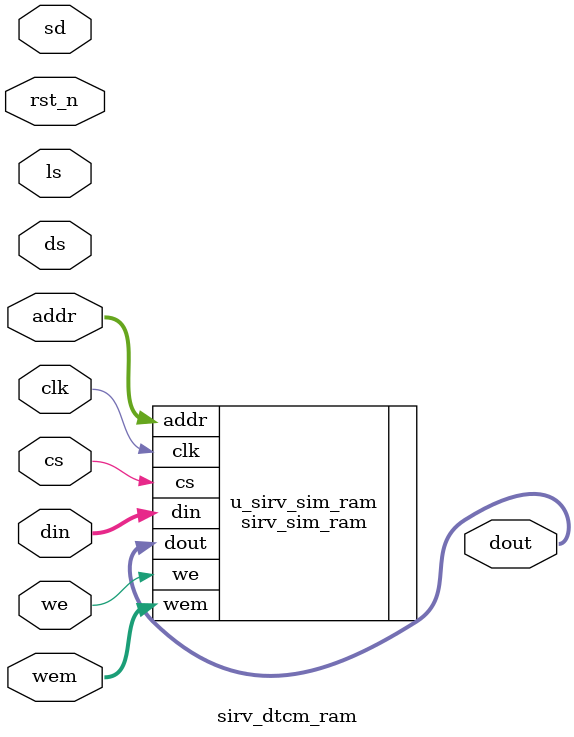
<source format=v>
 /*                                                                      
 Copyright 2018 Nuclei System Technology, Inc.                
                                                                         
 Licensed under the Apache License, Version 2.0 (the "License");         
 you may not use this file except in compliance with the License.        
 You may obtain a copy of the License at                                 
                                                                         
     http://www.apache.org/licenses/LICENSE-2.0                          
                                                                         
  Unless required by applicable law or agreed to in writing, software    
 distributed under the License is distributed on an "AS IS" BASIS,       
 WITHOUT WARRANTIES OR CONDITIONS OF ANY KIND, either express or implied.
 See the License for the specific language governing permissions and     
 limitations under the License.                                          
 */                                                                      
                                                                         
                                                                         
                                                                         
//=====================================================================
//
// Designer   : Bob Hu
//
// Description:
//  The top level RAM module
//
// ====================================================================

module sirv_itcm_ram
#(parameter DP = 1<<13,
  parameter DW = 64,
  parameter FORCE_X2ZERO = 1,
  parameter MW = 8,
  parameter AW = 13 
  ) (
  input            sd,
  input            ds,
  input            ls,

  input            rst_n,
  input            clk,
  input            cs,
  input            we,
  input [AW-1:0]   addr,
  input [DW-1:0]   din,
  input [MW-1:0]   wem,
  output[DW-1:0]   dout
);

//To add the ASIC or FPGA or Sim-model control here
// This is the Sim-model
//
`ifdef FPGA_SOURCE
sirv_sim_ram #(
    .FORCE_X2ZERO (1'b0),
    .DP (DP),
    .AW (AW),
    .MW (MW),
    .DW (DW) 
)u_sirv_sim_ram (
    .clk   (clk),
    .din   (din),
    .addr  (addr),
    .cs    (cs),
    .we    (we),
    .wem   (wem),
    .dout  (dout)
);
`else

sirv_sim_ram #(
    .FORCE_X2ZERO (FORCE_X2ZERO),
    .DP (DP),
    .AW (AW),
    .MW (MW),
    .DW (DW) 
)u_sirv_sim_ram (
    .clk   (clk),
    .din   (din),
    .addr  (addr),
    .cs    (cs),
    .we    (we),
    .wem   (wem),
    .dout  (dout)
);
`endif

endmodule

module sirv_dtcm_ram
#(parameter DP = 1<<14,
  parameter DW = 32,
  parameter FORCE_X2ZERO = 1,
  parameter MW = 4,
  parameter AW = 14 
  ) (
  input            sd,
  input            ds,
  input            ls,

  input            rst_n,
  input            clk,
  input            cs,
  input            we,
  input [AW-1:0]   addr,
  input [DW-1:0]   din,
  input [MW-1:0]   wem,
  output[DW-1:0]   dout
);

//To add the ASIC or FPGA or Sim-model control here
// This is the Sim-model
//
`ifdef FPGA_SOURCE
sirv_sim_ram #(
    .FORCE_X2ZERO (1'b0),
    .DP (DP),
    .AW (AW),
    .MW (MW),
    .DW (DW) 
)u_sirv_sim_ram (
    .clk   (clk),
    .din   (din),
    .addr  (addr),
    .cs    (cs),
    .we    (we),
    .wem   (wem),
    .dout  (dout)
);
`else

sirv_sim_ram #(
    .FORCE_X2ZERO (FORCE_X2ZERO),
    .DP (DP),
    .AW (AW),
    .MW (MW),
    .DW (DW) 
)u_sirv_sim_ram (
    .clk   (clk),
    .din   (din),
    .addr  (addr),
    .cs    (cs),
    .we    (we),
    .wem   (wem),
    .dout  (dout)
);
`endif

endmodule
</source>
